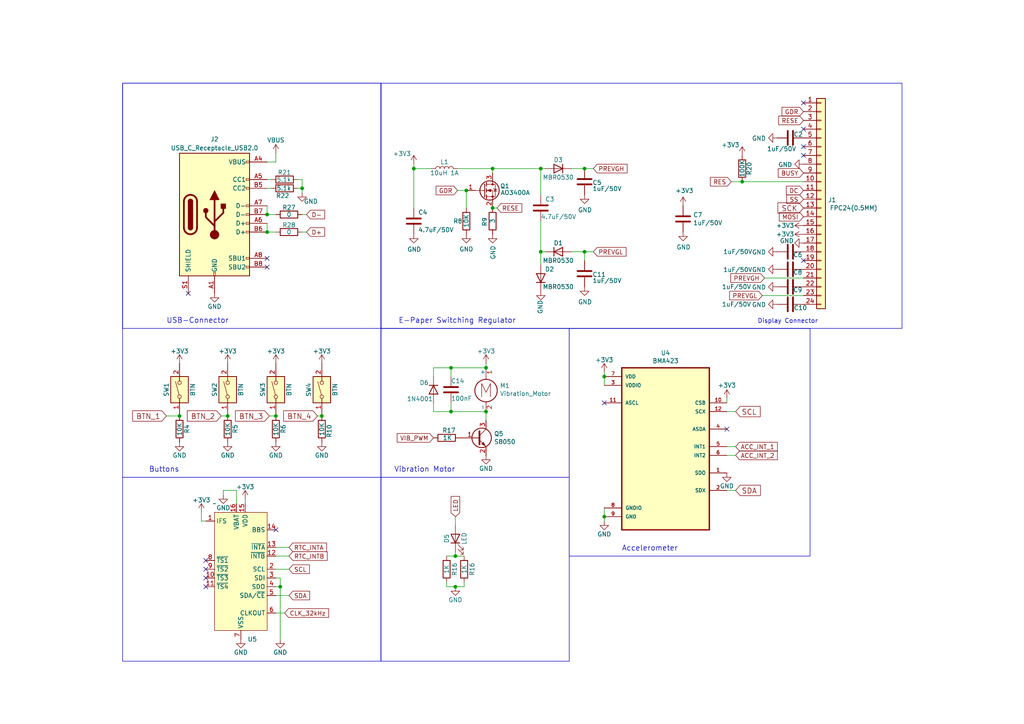
<source format=kicad_sch>
(kicad_sch (version 20230121) (generator eeschema)
  (paper "A4")
  (lib_symbols
    (symbol "BMA423_2" (pin_names (offset 1.016))
      (property "Reference" "U" (at -12.7 23.8506 0))
      (property "Value" "BMA423" (at -12.7 -26.8478 0))
      (symbol "BMA423_2_0_0"
        (rectangle (start -12.7 22.86) (end 12.7 -24.13) (stroke (width 0.4064)) (fill (type background)))
        (pin bidirectional line (at -17.78 -7.62 0) (length 5.08) (name "SDO") (number "1"))
        (pin input line (at -17.78 12.7 0) (length 5.08) (name "CSB") (number "10"))
        (pin output line (at 17.78 12.7 180) (length 5.08) (name "ASCL") (number "11"))
        (pin input line (at -17.78 10.16 0) (length 5.08) (name "SCX") (number "12"))
        (pin bidirectional line (at -17.78 -12.7 0) (length 5.08) (name "SDX") (number "2"))
        (pin power_in line (at 17.78 17.78 180) (length 5.08) (name "VDDIO") (number "3"))
        (pin bidirectional line (at -17.78 5.08 0) (length 5.08) (name "ASDA") (number "4"))
        (pin bidirectional line (at -17.78 0 0) (length 5.08) (name "INT1") (number "5"))
        (pin bidirectional line (at -17.78 -2.54 0) (length 5.08) (name "INT2") (number "6"))
        (pin power_in line (at 17.78 20.32 180) (length 5.08) (name "VDD") (number "7"))
        (pin power_in line (at 17.78 -17.78 180) (length 5.08) (name "GNDIO") (number "8"))
        (pin power_in line (at 17.78 -20.32 180) (length 5.08) (name "GND") (number "9"))
      )
    )
    (symbol "Connector:USB_C_Receptacle_USB2.0" (pin_names (offset 1.016))
      (property "Reference" "J" (at -10.16 19.05 0))
      (property "Value" "USB_C_Receptacle_USB2.0" (at 19.05 19.05 0))
      (symbol "USB_C_Receptacle_USB2.0_0_0"
        (rectangle (start -0.254 -17.78) (end 0.254 -16.764))
        (rectangle (start 10.16 -14.986) (end 9.144 -15.494))
        (rectangle (start 10.16 -12.446) (end 9.144 -12.954))
        (rectangle (start 10.16 -4.826) (end 9.144 -5.334))
        (rectangle (start 10.16 -2.286) (end 9.144 -2.794))
        (rectangle (start 10.16 0.254) (end 9.144 -0.254))
        (rectangle (start 10.16 2.794) (end 9.144 2.286))
        (rectangle (start 10.16 7.874) (end 9.144 7.366))
        (rectangle (start 10.16 10.414) (end 9.144 9.906))
        (rectangle (start 10.16 15.494) (end 9.144 14.986))
      )
      (symbol "USB_C_Receptacle_USB2.0_0_1"
        (rectangle (start -10.16 17.78) (end 10.16 -17.78) (stroke (width 0.254)) (fill (type background)))
        (arc (start -8.89 -3.81) (mid -6.985 -5.7067) (end -5.08 -3.81) (stroke (width 0.508)))
        (arc (start -7.62 -3.81) (mid -6.985 -4.4423) (end -6.35 -3.81) (stroke (width 0.254)))
        (arc (start -7.62 -3.81) (mid -6.985 -4.4423) (end -6.35 -3.81) (stroke (width 0.254)) (fill (type outline)))
        (rectangle (start -7.62 -3.81) (end -6.35 3.81) (stroke (width 0.254)) (fill (type outline)))
        (arc (start -6.35 3.81) (mid -6.985 4.4423) (end -7.62 3.81) (stroke (width 0.254)))
        (arc (start -6.35 3.81) (mid -6.985 4.4423) (end -7.62 3.81) (stroke (width 0.254)) (fill (type outline)))
        (arc (start -5.08 3.81) (mid -6.985 5.7067) (end -8.89 3.81) (stroke (width 0.508)))
        (circle (center -2.54 1.143) (radius 0.635) (stroke (width 0.254)) (fill (type outline)))
        (circle (center 0 -5.842) (radius 1.27) (fill (type outline)))
        (polyline (pts (xy -8.89 -3.81) (xy -8.89 3.81)) (stroke (width 0.508)))
        (polyline (pts (xy -5.08 3.81) (xy -5.08 -3.81)) (stroke (width 0.508)))
        (polyline (pts (xy 0 -5.842) (xy 0 4.318)) (stroke (width 0.508)))
        (polyline (pts (xy 0 -3.302) (xy -2.54 -0.762) (xy -2.54 0.508)) (stroke (width 0.508)))
        (polyline (pts (xy 0 -2.032) (xy 2.54 0.508) (xy 2.54 1.778)) (stroke (width 0.508)))
        (polyline (pts (xy -1.27 4.318) (xy 0 6.858) (xy 1.27 4.318) (xy -1.27 4.318)) (stroke (width 0.254)) (fill (type outline)))
        (rectangle (start 1.905 1.778) (end 3.175 3.048) (stroke (width 0.254)) (fill (type outline)))
      )
      (symbol "USB_C_Receptacle_USB2.0_1_1"
        (pin passive line (at 0 -22.86 90) (length 5.08) (name "GND") (number "A1"))
        (pin passive line (at 0 -22.86 90) (length 5.08) hide (name "GND") (number "A12"))
        (pin passive line (at 15.24 15.24 180) (length 5.08) (name "VBUS") (number "A4"))
        (pin bidirectional line (at 15.24 10.16 180) (length 5.08) (name "CC1") (number "A5"))
        (pin bidirectional line (at 15.24 -2.54 180) (length 5.08) (name "D+") (number "A6"))
        (pin bidirectional line (at 15.24 2.54 180) (length 5.08) (name "D-") (number "A7"))
        (pin bidirectional line (at 15.24 -12.7 180) (length 5.08) (name "SBU1") (number "A8"))
        (pin passive line (at 15.24 15.24 180) (length 5.08) hide (name "VBUS") (number "A9"))
        (pin passive line (at 0 -22.86 90) (length 5.08) hide (name "GND") (number "B1"))
        (pin passive line (at 0 -22.86 90) (length 5.08) hide (name "GND") (number "B12"))
        (pin passive line (at 15.24 15.24 180) (length 5.08) hide (name "VBUS") (number "B4"))
        (pin bidirectional line (at 15.24 7.62 180) (length 5.08) (name "CC2") (number "B5"))
        (pin bidirectional line (at 15.24 -5.08 180) (length 5.08) (name "D+") (number "B6"))
        (pin bidirectional line (at 15.24 0 180) (length 5.08) (name "D-") (number "B7"))
        (pin bidirectional line (at 15.24 -15.24 180) (length 5.08) (name "SBU2") (number "B8"))
        (pin passive line (at 15.24 15.24 180) (length 5.08) hide (name "VBUS") (number "B9"))
        (pin passive line (at -7.62 -22.86 90) (length 5.08) (name "SHIELD") (number "S1"))
      )
    )
    (symbol "Connector_Generic:Conn_01x24" (pin_names (offset 1.016) hide)
      (property "Reference" "J" (at 0 30.48 0))
      (property "Value" "Conn_01x24" (at 0 -33.02 0))
      (symbol "Conn_01x24_1_1"
        (rectangle (start -1.27 -30.353) (end 0 -30.607) (stroke (width 0.1524)))
        (rectangle (start -1.27 -27.813) (end 0 -28.067) (stroke (width 0.1524)))
        (rectangle (start -1.27 -25.273) (end 0 -25.527) (stroke (width 0.1524)))
        (rectangle (start -1.27 -22.733) (end 0 -22.987) (stroke (width 0.1524)))
        (rectangle (start -1.27 -20.193) (end 0 -20.447) (stroke (width 0.1524)))
        (rectangle (start -1.27 -17.653) (end 0 -17.907) (stroke (width 0.1524)))
        (rectangle (start -1.27 -15.113) (end 0 -15.367) (stroke (width 0.1524)))
        (rectangle (start -1.27 -12.573) (end 0 -12.827) (stroke (width 0.1524)))
        (rectangle (start -1.27 -10.033) (end 0 -10.287) (stroke (width 0.1524)))
        (rectangle (start -1.27 -7.493) (end 0 -7.747) (stroke (width 0.1524)))
        (rectangle (start -1.27 -4.953) (end 0 -5.207) (stroke (width 0.1524)))
        (rectangle (start -1.27 -2.413) (end 0 -2.667) (stroke (width 0.1524)))
        (rectangle (start -1.27 0.127) (end 0 -0.127) (stroke (width 0.1524)))
        (rectangle (start -1.27 2.667) (end 0 2.413) (stroke (width 0.1524)))
        (rectangle (start -1.27 5.207) (end 0 4.953) (stroke (width 0.1524)))
        (rectangle (start -1.27 7.747) (end 0 7.493) (stroke (width 0.1524)))
        (rectangle (start -1.27 10.287) (end 0 10.033) (stroke (width 0.1524)))
        (rectangle (start -1.27 12.827) (end 0 12.573) (stroke (width 0.1524)))
        (rectangle (start -1.27 15.367) (end 0 15.113) (stroke (width 0.1524)))
        (rectangle (start -1.27 17.907) (end 0 17.653) (stroke (width 0.1524)))
        (rectangle (start -1.27 20.447) (end 0 20.193) (stroke (width 0.1524)))
        (rectangle (start -1.27 22.987) (end 0 22.733) (stroke (width 0.1524)))
        (rectangle (start -1.27 25.527) (end 0 25.273) (stroke (width 0.1524)))
        (rectangle (start -1.27 28.067) (end 0 27.813) (stroke (width 0.1524)))
        (rectangle (start -1.27 29.21) (end 1.27 -31.75) (stroke (width 0.254)) (fill (type background)))
        (pin passive line (at -5.08 27.94 0) (length 3.81) (name "Pin_1") (number "1"))
        (pin passive line (at -5.08 5.08 0) (length 3.81) (name "Pin_10") (number "10"))
        (pin passive line (at -5.08 2.54 0) (length 3.81) (name "Pin_11") (number "11"))
        (pin passive line (at -5.08 0 0) (length 3.81) (name "Pin_12") (number "12"))
        (pin passive line (at -5.08 -2.54 0) (length 3.81) (name "Pin_13") (number "13"))
        (pin passive line (at -5.08 -5.08 0) (length 3.81) (name "Pin_14") (number "14"))
        (pin passive line (at -5.08 -7.62 0) (length 3.81) (name "Pin_15") (number "15"))
        (pin passive line (at -5.08 -10.16 0) (length 3.81) (name "Pin_16") (number "16"))
        (pin passive line (at -5.08 -12.7 0) (length 3.81) (name "Pin_17") (number "17"))
        (pin passive line (at -5.08 -15.24 0) (length 3.81) (name "Pin_18") (number "18"))
        (pin passive line (at -5.08 -17.78 0) (length 3.81) (name "Pin_19") (number "19"))
        (pin passive line (at -5.08 25.4 0) (length 3.81) (name "Pin_2") (number "2"))
        (pin passive line (at -5.08 -20.32 0) (length 3.81) (name "Pin_20") (number "20"))
        (pin passive line (at -5.08 -22.86 0) (length 3.81) (name "Pin_21") (number "21"))
        (pin passive line (at -5.08 -25.4 0) (length 3.81) (name "Pin_22") (number "22"))
        (pin passive line (at -5.08 -27.94 0) (length 3.81) (name "Pin_23") (number "23"))
        (pin passive line (at -5.08 -30.48 0) (length 3.81) (name "Pin_24") (number "24"))
        (pin passive line (at -5.08 22.86 0) (length 3.81) (name "Pin_3") (number "3"))
        (pin passive line (at -5.08 20.32 0) (length 3.81) (name "Pin_4") (number "4"))
        (pin passive line (at -5.08 17.78 0) (length 3.81) (name "Pin_5") (number "5"))
        (pin passive line (at -5.08 15.24 0) (length 3.81) (name "Pin_6") (number "6"))
        (pin passive line (at -5.08 12.7 0) (length 3.81) (name "Pin_7") (number "7"))
        (pin passive line (at -5.08 10.16 0) (length 3.81) (name "Pin_8") (number "8"))
        (pin passive line (at -5.08 7.62 0) (length 3.81) (name "Pin_9") (number "9"))
      )
    )
    (symbol "Device:C" (pin_numbers hide) (pin_names (offset 0.254))
      (property "Reference" "C" (at 0.635 2.54 0))
      (property "Value" "C" (at 0.635 -2.54 0))
      (symbol "C_0_1"
        (polyline (pts (xy -2.032 -0.762) (xy 2.032 -0.762)) (stroke (width 0.508)))
        (polyline (pts (xy -2.032 0.762) (xy 2.032 0.762)) (stroke (width 0.508)))
      )
      (symbol "C_1_1"
        (pin passive line (at 0 3.81 270) (length 2.794) (name "~") (number "1"))
        (pin passive line (at 0 -3.81 90) (length 2.794) (name "~") (number "2"))
      )
    )
    (symbol "Device:D" (pin_numbers hide) (pin_names (offset 1.016) hide)
      (property "Reference" "D" (at 0 2.54 0))
      (property "Value" "D" (at 0 -2.54 0))
      (symbol "D_0_1"
        (polyline (pts (xy -1.27 1.27) (xy -1.27 -1.27)) (stroke (width 0.254)))
        (polyline (pts (xy 1.27 0) (xy -1.27 0)))
        (polyline (pts (xy 1.27 1.27) (xy 1.27 -1.27) (xy -1.27 0) (xy 1.27 1.27)) (stroke (width 0.254)))
      )
      (symbol "D_1_1"
        (pin passive line (at -3.81 0 0) (length 2.54) (name "K") (number "1"))
        (pin passive line (at 3.81 0 180) (length 2.54) (name "A") (number "2"))
      )
    )
    (symbol "Device:L" (pin_numbers hide) (pin_names (offset 1.016) hide)
      (property "Reference" "L" (at -1.27 0 90))
      (property "Value" "L" (at 1.905 0 90))
      (symbol "L_0_1"
        (arc (start 0 -2.54) (mid 0.6323 -1.905) (end 0 -1.27))
        (arc (start 0 -1.27) (mid 0.6323 -0.635) (end 0 0))
        (arc (start 0 0) (mid 0.6323 0.635) (end 0 1.27))
        (arc (start 0 1.27) (mid 0.6323 1.905) (end 0 2.54))
      )
      (symbol "L_1_1"
        (pin passive line (at 0 3.81 270) (length 1.27) (name "1") (number "1"))
        (pin passive line (at 0 -3.81 90) (length 1.27) (name "2") (number "2"))
      )
    )
    (symbol "Device:LED" (pin_numbers hide) (pin_names (offset 1.016) hide)
      (property "Reference" "D" (at 0 2.54 0))
      (property "Value" "LED" (at 0 -2.54 0))
      (symbol "LED_0_1"
        (polyline (pts (xy -1.27 -1.27) (xy -1.27 1.27)) (stroke (width 0.254)))
        (polyline (pts (xy -1.27 0) (xy 1.27 0)))
        (polyline (pts (xy 1.27 -1.27) (xy 1.27 1.27) (xy -1.27 0) (xy 1.27 -1.27)) (stroke (width 0.254)))
        (polyline (pts (xy -3.048 -0.762) (xy -4.572 -2.286) (xy -3.81 -2.286) (xy -4.572 -2.286) (xy -4.572 -1.524)))
        (polyline (pts (xy -1.778 -0.762) (xy -3.302 -2.286) (xy -2.54 -2.286) (xy -3.302 -2.286) (xy -3.302 -1.524)))
      )
      (symbol "LED_1_1"
        (pin passive line (at -3.81 0 0) (length 2.54) (name "K") (number "1"))
        (pin passive line (at 3.81 0 180) (length 2.54) (name "A") (number "2"))
      )
    )
    (symbol "Device:Q_NPN_BEC" (pin_names (offset 0) hide)
      (property "Reference" "Q" (at 5.08 1.27 0))
      (property "Value" "Q_NPN_BEC" (at 5.08 -1.27 0))
      (symbol "Q_NPN_BEC_0_1"
        (polyline (pts (xy 0.635 0.635) (xy 2.54 2.54)))
        (polyline (pts (xy 0.635 -0.635) (xy 2.54 -2.54) (xy 2.54 -2.54)))
        (polyline (pts (xy 0.635 1.905) (xy 0.635 -1.905) (xy 0.635 -1.905)) (stroke (width 0.508)))
        (polyline (pts (xy 1.27 -1.778) (xy 1.778 -1.27) (xy 2.286 -2.286) (xy 1.27 -1.778) (xy 1.27 -1.778)) (fill (type outline)))
        (circle (center 1.27 0) (radius 2.8194) (stroke (width 0.254)))
      )
      (symbol "Q_NPN_BEC_1_1"
        (pin input line (at -5.08 0 0) (length 5.715) (name "B") (number "1"))
        (pin passive line (at 2.54 -5.08 90) (length 2.54) (name "E") (number "2"))
        (pin passive line (at 2.54 5.08 270) (length 2.54) (name "C") (number "3"))
      )
    )
    (symbol "Device:R" (pin_numbers hide) (pin_names (offset 0))
      (property "Reference" "R" (at 2.032 0 90))
      (property "Value" "R" (at 0 0 90))
      (symbol "R_0_1"
        (rectangle (start -1.016 -2.54) (end 1.016 2.54) (stroke (width 0.254)))
      )
      (symbol "R_1_1"
        (pin passive line (at 0 3.81 270) (length 1.27) (name "~") (number "1"))
        (pin passive line (at 0 -3.81 90) (length 1.27) (name "~") (number "2"))
      )
    )
    (symbol "Diode:1N4001" (pin_numbers hide) (pin_names hide)
      (property "Reference" "D" (at 0 2.54 0))
      (property "Value" "1N4001" (at 0 -2.54 0))
      (symbol "1N4001_0_1"
        (polyline (pts (xy -1.27 1.27) (xy -1.27 -1.27)) (stroke (width 0.254)))
        (polyline (pts (xy 1.27 0) (xy -1.27 0)))
        (polyline (pts (xy 1.27 1.27) (xy 1.27 -1.27) (xy -1.27 0) (xy 1.27 1.27)) (stroke (width 0.254)))
      )
      (symbol "1N4001_1_1"
        (pin passive line (at -3.81 0 0) (length 2.54) (name "K") (number "1"))
        (pin passive line (at 3.81 0 180) (length 2.54) (name "A") (number "2"))
      )
    )
    (symbol "Motor:Motor_DC" (pin_names (offset 0))
      (property "Reference" "M" (at 2.54 2.54 0))
      (property "Value" "Motor_DC" (at 2.54 -5.08 0))
      (symbol "Motor_DC_0_0"
        (polyline (pts (xy -1.27 -3.302) (xy -1.27 0.508) (xy 0 -2.032) (xy 1.27 0.508) (xy 1.27 -3.302)))
      )
      (symbol "Motor_DC_0_1"
        (circle (center 0 -1.524) (radius 3.2512) (stroke (width 0.254)))
        (polyline (pts (xy 0 -7.62) (xy 0 -7.112)))
        (polyline (pts (xy 0 -4.7752) (xy 0 -5.1816)))
        (polyline (pts (xy 0 1.7272) (xy 0 2.0828)))
        (polyline (pts (xy 0 2.032) (xy 0 2.54)))
      )
      (symbol "Motor_DC_1_1"
        (pin passive line (at 0 5.08 270) (length 2.54) (name "+") (number "1"))
        (pin passive line (at 0 -7.62 90) (length 2.54) (name "-") (number "2"))
      )
    )
    (symbol "Switch:SW_DIP_x01" (pin_names (offset 0) hide)
      (property "Reference" "SW" (at 0 3.81 0))
      (property "Value" "SW_DIP_x01" (at 0 -3.81 0))
      (symbol "SW_DIP_x01_0_0"
        (circle (center -2.032 0) (radius 0.508))
        (polyline (pts (xy -1.524 0.127) (xy 2.3622 1.1684)))
        (circle (center 2.032 0) (radius 0.508))
      )
      (symbol "SW_DIP_x01_0_1"
        (rectangle (start -3.81 2.54) (end 3.81 -2.54) (stroke (width 0.254)) (fill (type background)))
      )
      (symbol "SW_DIP_x01_1_1"
        (pin passive line (at -7.62 0 0) (length 5.08) (name "~") (number "1"))
        (pin passive line (at 7.62 0 180) (length 5.08) (name "~") (number "2"))
      )
    )
    (symbol "Transistor_FET:DMN3042L" (pin_names hide)
      (property "Reference" "Q" (at 5.08 1.905 0))
      (property "Value" "DMN3042L" (at 5.08 0 0))
      (symbol "DMN3042L_0_1"
        (polyline (pts (xy 0.254 0) (xy -2.54 0)))
        (polyline (pts (xy 0.254 1.905) (xy 0.254 -1.905)) (stroke (width 0.254)))
        (polyline (pts (xy 0.762 -1.27) (xy 0.762 -2.286)) (stroke (width 0.254)))
        (polyline (pts (xy 0.762 0.508) (xy 0.762 -0.508)) (stroke (width 0.254)))
        (polyline (pts (xy 0.762 2.286) (xy 0.762 1.27)) (stroke (width 0.254)))
        (polyline (pts (xy 2.54 2.54) (xy 2.54 1.778)))
        (polyline (pts (xy 2.54 -2.54) (xy 2.54 0) (xy 0.762 0)))
        (polyline (pts (xy 0.762 -1.778) (xy 3.302 -1.778) (xy 3.302 1.778) (xy 0.762 1.778)))
        (polyline (pts (xy 1.016 0) (xy 2.032 0.381) (xy 2.032 -0.381) (xy 1.016 0)) (fill (type outline)))
        (polyline (pts (xy 2.794 0.508) (xy 2.921 0.381) (xy 3.683 0.381) (xy 3.81 0.254)))
        (polyline (pts (xy 3.302 0.381) (xy 2.921 -0.254) (xy 3.683 -0.254) (xy 3.302 0.381)))
        (circle (center 1.651 0) (radius 2.794) (stroke (width 0.254)))
        (circle (center 2.54 -1.778) (radius 0.254) (fill (type outline)))
        (circle (center 2.54 1.778) (radius 0.254) (fill (type outline)))
      )
      (symbol "DMN3042L_1_1"
        (pin input line (at -5.08 0 0) (length 2.54) (name "G") (number "1"))
        (pin passive line (at 2.54 -5.08 90) (length 2.54) (name "S") (number "2"))
        (pin passive line (at 2.54 5.08 270) (length 2.54) (name "D") (number "3"))
      )
    )
    (symbol "Watchy-rescue:+3.3V-power" (power) (pin_names (offset 0))
      (property "Value" "+3.3V-power" (at 0 3.556 0))
      (symbol "+3.3V-power_0_1"
        (polyline (pts (xy -0.762 1.27) (xy 0 2.54)))
        (polyline (pts (xy 0 0) (xy 0 2.54)))
        (polyline (pts (xy 0 2.54) (xy 0.762 1.27)))
      )
      (symbol "+3.3V-power_1_1"
        (pin power_in line (at 0 0 90) (length 0) hide (name "+3V3") (number "1"))
      )
    )
    (symbol "Watchy:PCF2131"
      (property "Reference" "U" (at -7.62 20.32 0))
      (symbol "PCF2131_1_1"
        (rectangle (start -7.62 17.78) (end 7.62 -16.51) (fill (type background)))
        (pin input line (at -10.16 15.24 0) (length 2.54) (name "IFS") (number "1"))
        (pin input line (at -10.16 -1.27 0) (length 2.54) (name "~{TS3}") (number "10"))
        (pin input line (at -10.16 -3.81 0) (length 2.54) (name "~{TS4}") (number "11"))
        (pin output line (at 10.16 5.08 180) (length 2.54) (name "~{INTB}") (number "12"))
        (pin output line (at 10.16 7.62 180) (length 2.54) (name "~{INTA}") (number "13"))
        (pin power_out line (at 10.16 12.7 180) (length 2.54) (name "BBS") (number "14"))
        (pin power_in line (at 1.27 20.32 270) (length 2.54) (name "VDD") (number "15"))
        (pin power_in line (at -1.27 20.32 270) (length 2.54) (name "VBAT") (number "16"))
        (pin input line (at 10.16 1.27 180) (length 2.54) (name "SCL") (number "2"))
        (pin input line (at 10.16 -1.27 180) (length 2.54) (name "SDI") (number "3"))
        (pin bidirectional line (at 10.16 -3.81 180) (length 2.54) (name "SDO") (number "4"))
        (pin input line (at 10.16 -6.35 180) (length 2.54) (name "SDA/~{CE}") (number "5"))
        (pin output line (at 10.16 -11.43 180) (length 2.54) (name "CLKOUT") (number "6"))
        (pin power_in line (at 0 -19.05 90) (length 2.54) (name "VSS") (number "7"))
        (pin input line (at -10.16 3.81 0) (length 2.54) (name "~{TS1}") (number "8"))
        (pin input line (at -10.16 1.27 0) (length 2.54) (name "~{TS2}") (number "9"))
      )
    )
    (symbol "power:+3V3" (power) (pin_names (offset 0))
      (property "Value" "+3V3" (at 0 3.556 0))
      (symbol "+3V3_0_1"
        (polyline (pts (xy -0.762 1.27) (xy 0 2.54)))
        (polyline (pts (xy 0 0) (xy 0 2.54)))
        (polyline (pts (xy 0 2.54) (xy 0.762 1.27)))
      )
      (symbol "+3V3_1_1"
        (pin power_in line (at 0 0 90) (length 0) hide (name "+3V3") (number "1"))
      )
    )
    (symbol "power:GND" (power) (pin_names (offset 0))
      (property "Value" "GND" (at 0 -3.81 0))
      (symbol "GND_0_1"
        (polyline (pts (xy 0 0) (xy 0 -1.27) (xy 1.27 -1.27) (xy 0 -2.54) (xy -1.27 -1.27) (xy 0 -1.27)))
      )
      (symbol "GND_1_1"
        (pin power_in line (at 0 0 270) (length 0) hide (name "GND") (number "1"))
      )
    )
    (symbol "power:VBUS" (power) (pin_names (offset 0))
      (property "Value" "VBUS" (at 0 3.81 0))
      (symbol "VBUS_0_1"
        (polyline (pts (xy -0.762 1.27) (xy 0 2.54)))
        (polyline (pts (xy 0 0) (xy 0 2.54)))
        (polyline (pts (xy 0 2.54) (xy 0.762 1.27)))
      )
      (symbol "VBUS_1_1"
        (pin power_in line (at 0 0 90) (length 0) hide (name "VBUS") (number "1"))
      )
    )
  )
  (junction (at 142.875 60.325))
  (junction (at 120.015 48.895))
  (junction (at 156.845 48.895))
  (junction (at 132.08 170.18))
  (junction (at 93.345 120.65))
  (junction (at 87.63 54.61))
  (junction (at 77.47 67.31))
  (junction (at 135.255 55.245))
  (junction (at 140.97 106.68))
  (junction (at 156.845 73.025))
  (junction (at 169.545 48.895))
  (junction (at 130.81 119.38))
  (junction (at 140.97 119.38))
  (junction (at 130.81 106.68))
  (junction (at 80.01 120.65))
  (junction (at 215.265 52.705))
  (junction (at 142.875 48.895))
  (junction (at 77.47 62.23))
  (junction (at 175.26 109.22))
  (junction (at 52.07 120.65))
  (junction (at 169.545 73.025))
  (junction (at 81.28 170.18))
  (junction (at 66.04 120.65))
  (junction (at 132.08 161.29))
  (junction (at 175.26 149.86))
  (no_connect (at 59.69 162.56))
  (no_connect (at 233.045 42.545))
  (no_connect (at 210.82 124.46))
  (no_connect (at 233.045 37.465))
  (no_connect (at 54.61 85.09))
  (no_connect (at 175.26 116.84))
  (no_connect (at 77.47 77.47))
  (no_connect (at 233.045 45.085))
  (no_connect (at 233.045 29.845))
  (no_connect (at 59.69 170.18))
  (no_connect (at 233.045 75.565))
  (no_connect (at 59.69 167.64))
  (no_connect (at 80.01 153.67))
  (no_connect (at 59.69 165.1))
  (no_connect (at 77.47 74.93))
  (wire (pts (xy 169.545 73.025) (xy 165.735 73.025)))
  (wire (pts (xy 80.01 177.8) (xy 82.55 177.8)))
  (wire (pts (xy 132.08 170.18) (xy 129.54 170.18)))
  (wire (pts (xy 132.08 161.29) (xy 129.54 161.29)))
  (wire (pts (xy 142.875 48.895) (xy 142.875 50.165)))
  (wire (pts (xy 129.54 168.91) (xy 129.54 170.18)))
  (wire (pts (xy 77.47 46.99) (xy 80.01 46.99)))
  (wire (pts (xy 233.045 85.725) (xy 221.107 85.725)))
  (wire (pts (xy 156.845 73.025) (xy 158.115 73.025)))
  (wire (pts (xy 68.58 146.05) (xy 68.58 142.24)))
  (wire (pts (xy 142.875 60.325) (xy 142.875 59.817)))
  (wire (pts (xy 77.47 52.07) (xy 78.74 52.07)))
  (wire (pts (xy 80.01 158.75) (xy 83.82 158.75)))
  (wire (pts (xy 156.845 56.515) (xy 156.845 48.895)))
  (wire (pts (xy 132.08 149.86) (xy 132.08 152.4)))
  (wire (pts (xy 81.28 185.42) (xy 81.28 170.18)))
  (wire (pts (xy 77.47 64.77) (xy 77.47 67.31)))
  (wire (pts (xy 77.47 62.23) (xy 80.01 62.23)))
  (wire (pts (xy 81.28 170.18) (xy 81.28 167.64)))
  (wire (pts (xy 132.08 160.02) (xy 132.08 161.29)))
  (wire (pts (xy 140.97 119.38) (xy 140.97 121.92)))
  (wire (pts (xy 134.62 168.91) (xy 134.62 170.18)))
  (wire (pts (xy 132.715 55.245) (xy 135.255 55.245)))
  (wire (pts (xy 213.36 129.54) (xy 210.82 129.54)))
  (wire (pts (xy 87.63 52.07) (xy 87.63 54.61)))
  (wire (pts (xy 140.97 106.68) (xy 140.97 105.41)))
  (wire (pts (xy 210.82 115.57) (xy 210.82 116.84)))
  (wire (pts (xy 156.845 48.895) (xy 158.115 48.895)))
  (wire (pts (xy 80.01 161.29) (xy 83.82 161.29)))
  (wire (pts (xy 120.015 47.625) (xy 120.015 48.895)))
  (wire (pts (xy 132.715 48.895) (xy 142.875 48.895)))
  (wire (pts (xy 120.015 48.895) (xy 120.015 60.325)))
  (wire (pts (xy 221.615 80.645) (xy 233.045 80.645)))
  (wire (pts (xy 125.73 119.38) (xy 125.73 116.84)))
  (wire (pts (xy 165.735 48.895) (xy 169.545 48.895)))
  (wire (pts (xy 175.26 149.86) (xy 175.26 151.13)))
  (wire (pts (xy 120.015 48.895) (xy 125.095 48.895)))
  (wire (pts (xy 87.63 54.61) (xy 87.63 55.88)))
  (wire (pts (xy 172.085 73.025) (xy 169.545 73.025)))
  (wire (pts (xy 125.73 106.68) (xy 125.73 109.22)))
  (wire (pts (xy 130.81 106.68) (xy 130.81 109.22)))
  (wire (pts (xy 58.42 148.59) (xy 58.42 151.13)))
  (wire (pts (xy 80.01 46.99) (xy 80.01 44.45)))
  (wire (pts (xy 68.58 142.24) (xy 64.77 142.24)))
  (wire (pts (xy 48.26 120.65) (xy 52.07 120.65)))
  (wire (pts (xy 64.135 120.65) (xy 66.04 120.65)))
  (wire (pts (xy 132.08 161.29) (xy 134.62 161.29)))
  (wire (pts (xy 125.73 119.38) (xy 130.81 119.38)))
  (wire (pts (xy 135.255 60.325) (xy 135.255 55.245)))
  (wire (pts (xy 78.105 120.65) (xy 80.01 120.65)))
  (wire (pts (xy 213.36 142.24) (xy 210.82 142.24)))
  (wire (pts (xy 81.28 167.64) (xy 80.01 167.64)))
  (wire (pts (xy 175.26 107.95) (xy 175.26 109.22)))
  (wire (pts (xy 213.36 119.38) (xy 210.82 119.38)))
  (wire (pts (xy 144.145 60.325) (xy 142.875 60.325)))
  (wire (pts (xy 169.545 73.025) (xy 169.545 75.565)))
  (wire (pts (xy 156.845 64.135) (xy 156.845 73.025)))
  (wire (pts (xy 80.01 170.18) (xy 81.28 170.18)))
  (wire (pts (xy 215.265 52.705) (xy 233.045 52.705)))
  (wire (pts (xy 175.26 147.32) (xy 175.26 149.86)))
  (wire (pts (xy 92.075 120.65) (xy 93.345 120.65)))
  (wire (pts (xy 213.36 132.08) (xy 210.82 132.08)))
  (wire (pts (xy 156.845 73.025) (xy 156.845 76.835)))
  (wire (pts (xy 130.81 106.68) (xy 140.97 106.68)))
  (wire (pts (xy 142.875 48.895) (xy 156.845 48.895)))
  (wire (pts (xy 88.9 67.31) (xy 87.63 67.31)))
  (wire (pts (xy 80.01 165.1) (xy 83.82 165.1)))
  (wire (pts (xy 87.63 52.07) (xy 86.36 52.07)))
  (wire (pts (xy 87.63 54.61) (xy 86.36 54.61)))
  (wire (pts (xy 77.47 54.61) (xy 78.74 54.61)))
  (wire (pts (xy 134.62 170.18) (xy 132.08 170.18)))
  (wire (pts (xy 130.81 119.38) (xy 140.97 119.38)))
  (wire (pts (xy 212.09 52.705) (xy 215.265 52.705)))
  (wire (pts (xy 64.77 142.24) (xy 64.77 143.51)))
  (wire (pts (xy 71.12 144.78) (xy 71.12 146.05)))
  (wire (pts (xy 77.47 67.31) (xy 80.01 67.31)))
  (wire (pts (xy 59.69 151.13) (xy 58.42 151.13)))
  (wire (pts (xy 77.47 59.69) (xy 77.47 62.23)))
  (wire (pts (xy 130.81 119.38) (xy 130.81 116.84)))
  (wire (pts (xy 172.085 48.895) (xy 169.545 48.895)))
  (wire (pts (xy 175.26 109.22) (xy 175.26 111.76)))
  (wire (pts (xy 80.01 172.72) (xy 83.82 172.72)))
  (wire (pts (xy 125.73 106.68) (xy 130.81 106.68)))
  (wire (pts (xy 88.9 62.23) (xy 87.63 62.23)))
  (rectangle (start 35.56 24.13) (end 110.49 95.25))
  (rectangle (start 110.49 24.13) (end 261.62 95.25))
  (rectangle (start 165.1 95.25) (end 234.95 161.29))
  (rectangle (start 35.56 24.13) (end 110.49 138.43))
  (rectangle (start 35.56 138.43) (end 110.49 191.77))
  (rectangle (start 110.49 138.43) (end 165.1 191.77))
  (rectangle (start 110.49 95.25) (end 165.1 138.43))
  (text "E-Paper Switching Regulator" (at 115.57 93.98 0) (effects (font (size 1.524 1.524)) (justify left bottom)))
  (text "USB-Connector\n" (at 48.26 93.98 0) (effects (font (size 1.524 1.524)) (justify left bottom)))
  (text "Buttons" (at 43.18 137.16 0) (effects (font (size 1.524 1.524)) (justify left bottom)))
  (text "Display Connector\n" (at 219.71 93.98 0) (effects (font (size 1.27 1.27)) (justify left bottom)))
  (text "Vibration Motor" (at 114.3 137.16 0) (effects (font (size 1.524 1.524)) (justify left bottom)))
  (text "Accelerometer" (at 180.34 160.02 0) (effects (font (size 1.524 1.524)) (justify left bottom)))
  (global_label "RES" (shape input) (at 212.09 52.705 180) (property "Intersheetrefs" "${INTERSHEET_REFS}" (effects hide)))
  (global_label "CLK_32kHz" (shape input) (at 82.55 177.8 0) (property "Intersheetrefs" "${INTERSHEET_REFS}" (effects hide)))
  (global_label "LED" (shape input) (at 132.08 149.86 90) (property "Intersheetrefs" "${INTERSHEET_REFS}" (effects hide)))
  (global_label "D+" (shape input) (at 88.9 67.31 0) (property "Intersheetrefs" "${INTERSHEET_REFS}" (effects hide)))
  (global_label "GDR" (shape input) (at 132.715 55.245 180) (property "Intersheetrefs" "${INTERSHEET_REFS}" (effects hide)))
  (global_label "RTC_INTB" (shape input) (at 83.82 161.29 0) (property "Intersheetrefs" "${INTERSHEET_REFS}" (effects hide)))
  (global_label "PREVGH" (shape input) (at 221.742 80.645 180) (property "Intersheetrefs" "${INTERSHEET_REFS}" (effects hide)))
  (global_label "SDA" (shape input) (at 213.36 142.24 0) (effects (font (size 1.524 1.524))) (property "Intersheetrefs" "${INTERSHEET_REFS}" (effects hide)))
  (global_label "SDA" (shape input) (at 83.82 172.72 0) (property "Intersheetrefs" "${INTERSHEET_REFS}" (effects hide)))
  (global_label "MOSI" (shape input) (at 233.045 62.865 180) (property "Intersheetrefs" "${INTERSHEET_REFS}" (effects hide)))
  (global_label "BUSY" (shape input) (at 233.045 50.165 180) (property "Intersheetrefs" "${INTERSHEET_REFS}" (effects hide)))
  (global_label "SCK" (shape input) (at 233.045 60.325 180) (effects (font (size 1.524 1.524))) (property "Intersheetrefs" "${INTERSHEET_REFS}" (effects hide)))
  (global_label "VIB_PWM" (shape input) (at 125.73 127 180) (property "Intersheetrefs" "${INTERSHEET_REFS}" (effects hide)))
  (global_label "SCL" (shape input) (at 83.82 165.1 0) (property "Intersheetrefs" "${INTERSHEET_REFS}" (effects hide)))
  (global_label "ACC_INT_1" (shape input) (at 213.36 129.54 0) (property "Intersheetrefs" "${INTERSHEET_REFS}" (effects hide)))
  (global_label "ACC_INT_2" (shape input) (at 213.36 132.08 0) (property "Intersheetrefs" "${INTERSHEET_REFS}" (effects hide)))
  (global_label "PREVGH" (shape input) (at 172.085 48.895 0) (property "Intersheetrefs" "${INTERSHEET_REFS}" (effects hide)))
  (global_label "PREVGL" (shape input) (at 221.107 85.725 180) (property "Intersheetrefs" "${INTERSHEET_REFS}" (effects hide)))
  (global_label "GDR" (shape input) (at 233.045 32.385 180) (property "Intersheetrefs" "${INTERSHEET_REFS}" (effects hide)))
  (global_label "BTN_3" (shape input) (at 78.105 120.65 180) (effects (font (size 1.524 1.524))) (property "Intersheetrefs" "${INTERSHEET_REFS}" (effects hide)))
  (global_label "RESE" (shape input) (at 144.145 60.325 0) (property "Intersheetrefs" "${INTERSHEET_REFS}" (effects hide)))
  (global_label "SS" (shape input) (at 233.045 57.785 180) (property "Intersheetrefs" "${INTERSHEET_REFS}" (effects hide)))
  (global_label "BTN_1" (shape input) (at 48.26 120.65 180) (effects (font (size 1.524 1.524))) (property "Intersheetrefs" "${INTERSHEET_REFS}" (effects hide)))
  (global_label "RTC_INTA" (shape input) (at 83.82 158.75 0) (property "Intersheetrefs" "${INTERSHEET_REFS}" (effects hide)))
  (global_label "DC" (shape input) (at 233.045 55.245 180) (property "Intersheetrefs" "${INTERSHEET_REFS}" (effects hide)))
  (global_label "D-" (shape input) (at 88.9 62.23 0) (property "Intersheetrefs" "${INTERSHEET_REFS}" (effects hide)))
  (global_label "SCL" (shape input) (at 213.36 119.38 0) (effects (font (size 1.524 1.524))) (property "Intersheetrefs" "${INTERSHEET_REFS}" (effects hide)))
  (global_label "BTN_4" (shape input) (at 92.075 120.65 180) (effects (font (size 1.524 1.524))) (property "Intersheetrefs" "${INTERSHEET_REFS}" (effects hide)))
  (global_label "BTN_2" (shape input) (at 64.135 120.65 180) (effects (font (size 1.524 1.524))) (property "Intersheetrefs" "${INTERSHEET_REFS}" (effects hide)))
  (global_label "RESE" (shape input) (at 233.045 34.925 180) (property "Intersheetrefs" "${INTERSHEET_REFS}" (effects hide)))
  (global_label "PREVGL" (shape input) (at 172.085 73.025 0) (property "Intersheetrefs" "${INTERSHEET_REFS}" (effects hide)))
  (symbol (lib_id "power:VBUS") (at 80.01 44.45 0) (unit 1)
    (property "Reference" "#PWR045" (effects hide))
    (property "Value" "VBUS" (at 80.01 40.64 0))
    (instances (project "Watchy" (path "" (reference "#PWR045") (unit 1)) (path "" (reference "#PWR050") (unit 1))))
  )
  (symbol (lib_id "power:GND") (at 81.28 185.42 0) (unit 1)
    (property "Reference" "#PWR015" (effects hide))
    (property "Value" "GND" (at 81.28 189.23 0))
    (instances (project "Watchy" (path "" (reference "#PWR015") (unit 1)) (path "" (reference "#PWR075") (unit 1))))
  )
  (symbol (lib_id "power:GND") (at 156.845 84.455 0) (unit 1)
    (property "Reference" "#PWR013" (effects hide))
    (property "Value" "GND" (at 156.718 86.995 90) (effects (justify right)))
  )
  (symbol (lib_id "Device:R") (at 129.54 165.1 180) (unit 1)
    (property "Reference" "R16" (at 131.826 165.1 90))
    (property "Value" "1K" (at 129.54 165.1 90))
    (property "Footprint" "Watchy:R_0402" (effects hide))
    (instances (project "Watchy" (path "" (reference "R16") (unit 1)) (path "" (reference "R16") (unit 1)) (path "" (reference "R2") (unit 1))))
  )
  (symbol (lib_id "Watchy-rescue:+3.3V-power") (at 120.015 47.625 0) (unit 1)
    (property "Reference" "#PWR016" (effects hide))
    (property "Value" "+3.3V" (at 116.586 44.577 0))
  )
  (symbol (lib_id "Device:R") (at 142.875 64.135 180) (unit 1)
    (property "Reference" "R9" (at 140.589 62.992 90) (effects (justify left)))
    (property "Value" "3" (at 142.875 63.373 90) (effects (justify left)))
    (property "Footprint" "Watchy:R_0402" (effects hide))
  )
  (symbol (lib_id "power:GND") (at 120.015 67.945 0) (unit 1)
    (property "Reference" "#PWR018" (effects hide))
    (property "Value" "GND" (at 120.142 72.3392 0))
  )
  (symbol (lib_id "Device:C") (at 169.545 52.705 0) (unit 1)
    (property "Reference" "C5" (at 171.831 52.959 0) (effects (justify left)))
    (property "Value" "1uF/50V" (at 171.831 54.737 0) (effects (justify left)))
    (property "Footprint" "Capacitor_SMD:C_0603_1608Metric" (effects hide))
  )
  (symbol (lib_id "Device:R") (at 66.04 124.46 180) (unit 1)
    (property "Reference" "R5" (at 68.199 123.063 90) (effects (justify left)))
    (property "Value" "10K" (at 66.04 122.555 90) (effects (justify left)))
    (property "Footprint" "Watchy:R_0402" (effects hide))
    (instances (project "Watchy" (path "" (reference "R5") (unit 1)) (path "" (reference "R6") (unit 1))))
  )
  (symbol (lib_id "power:+3V3") (at 175.26 107.95 0) (mirror y) (unit 1)
    (property "Reference" "#PWR040" (effects hide))
    (property "Value" "+3V3" (at 175.26 104.394 0))
  )
  (symbol (lib_name "BMA423_2") (lib_id "Watchy:BMA423") (at 193.04 129.54 0) (mirror y) (unit 1)
    (property "Reference" "U4" (at 193.04 102.362 0))
    (property "Value" "BMA423" (at 193.04 104.6734 0))
    (property "Footprint" "Package_LGA:LGA-12_2x2mm_P0.5mm" (effects hide))
    (property "Datasheet" "IC_BMA400" (effects hide))
    (property "Field4" "Bosch Sensortec" (effects hide))
    (instances (project "Watchy" (path "" (reference "U4") (unit 1)) (path "" (reference "U3") (unit 1))))
  )
  (symbol (lib_id "power:GND") (at 135.255 67.945 0) (unit 1)
    (property "Reference" "#PWR031" (effects hide))
    (property "Value" "GND" (at 135.255 72.263 0))
  )
  (symbol (lib_id "Device:D") (at 156.845 80.645 90) (unit 1)
    (property "Reference" "D2" (at 159.385 78.105 90))
    (property "Value" "MBR0530" (at 161.925 83.185 90))
    (property "Footprint" "Watchy:D_SOD-123" (effects hide))
  )
  (symbol (lib_id "Device:C") (at 229.235 40.005 270) (unit 1)
    (property "Reference" "C2" (at 231.521 38.989 90))
    (property "Value" "1uF/50V" (at 226.695 43.18 90))
    (property "Footprint" "Capacitor_SMD:C_0603_1608Metric" (effects hide))
  )
  (symbol (lib_id "power:GND") (at 225.425 40.005 270) (unit 1)
    (property "Reference" "#PWR012" (effects hide))
    (property "Value" "GND" (at 222.1738 40.132 90) (effects (justify right)))
  )
  (symbol (lib_id "Connector_Generic:Conn_01x24") (at 238.125 57.785 0) (unit 1)
    (property "Reference" "J1" (at 240.157 57.9882 0) (effects (justify left)))
    (property "Value" "FPC24(0.5MM)" (at 240.665 60.325 0) (effects (justify left)))
    (property "Footprint" "Watchy:24_Pins_0.5mm_Pitch_ZIF_Connector_UP" (effects hide))
  )
  (symbol (lib_id "Motor:Motor_DC") (at 140.97 111.76 0) (unit 1)
    (property "Reference" "M1" (at 144.9832 111.8616 0) (effects (justify left)))
    (property "Value" "Vibration_Motor" (at 144.9832 114.173 0) (effects (justify left)))
    (property "Footprint" "Watchy:Motor_Header" (effects hide))
  )
  (symbol (lib_id "power:GND") (at 233.045 47.625 270) (unit 1)
    (property "Reference" "#PWR014" (effects hide))
    (property "Value" "GND" (at 229.7938 47.752 90) (effects (justify right)))
  )
  (symbol (lib_id "Switch:SW_DIP_x01") (at 80.01 113.03 90) (unit 1)
    (property "Reference" "SW3" (at 76.2 113.03 0))
    (property "Value" "BTN" (at 83.82 113.03 0))
    (property "Footprint" "Watchy:K2-1114SA-A4SW-06" (effects hide))
  )
  (symbol (lib_id "Device:R") (at 93.345 124.46 180) (unit 1)
    (property "Reference" "R10" (at 95.504 123.063 90) (effects (justify left)))
    (property "Value" "10K" (at 93.345 122.555 90) (effects (justify left)))
    (property "Footprint" "Watchy:R_0402" (effects hide))
  )
  (symbol (lib_id "power:GND") (at 52.07 128.27 0) (unit 1)
    (property "Reference" "#PWR09" (effects hide))
    (property "Value" "GND" (at 52.07 132.08 0))
    (instances (project "Watchy" (path "" (reference "#PWR09") (unit 1)) (path "" (reference "#PWR010") (unit 1))))
  )
  (symbol (lib_id "power:+3V3") (at 80.01 105.41 0) (unit 1)
    (property "Reference" "#PWR027" (effects hide))
    (property "Value" "+3V3" (at 80.01 101.854 0))
    (instances (project "Watchy" (path "" (reference "#PWR027") (unit 1)) (path "" (reference "#PWR033") (unit 1))))
  )
  (symbol (lib_id "Device:L") (at 128.905 48.895 90) (unit 1)
    (property "Reference" "L1" (at 128.905 46.99 90))
    (property "Value" "10uH 1A" (at 128.905 50.165 90))
    (property "Footprint" "Inductor_SMD:L_Taiyo-Yuden_NR-40xx" (effects hide))
  )
  (symbol (lib_id "Device:C") (at 229.235 88.265 270) (unit 1)
    (property "Reference" "C10" (at 232.156 89.281 90))
    (property "Value" "1uF/50V" (at 213.614 88.265 90))
    (property "Footprint" "Capacitor_SMD:C_0603_1608Metric" (effects hide))
  )
  (symbol (lib_id "Device:C") (at 229.235 83.185 270) (unit 1)
    (property "Reference" "C9" (at 231.394 84.074 90))
    (property "Value" "1uF/50V" (at 213.614 83.185 90))
    (property "Footprint" "Capacitor_SMD:C_0603_1608Metric" (effects hide))
  )
  (symbol (lib_id "power:GND") (at 69.85 185.42 0) (unit 1)
    (property "Reference" "#PWR015" (effects hide))
    (property "Value" "GND" (at 69.85 189.23 0))
    (instances (project "Watchy" (path "" (reference "#PWR015") (unit 1)) (path "" (reference "#PWR074") (unit 1))))
  )
  (symbol (lib_id "Watchy-rescue:+3.3V-power") (at 198.12 59.69 0) (unit 1)
    (property "Reference" "#PWR024" (effects hide))
    (property "Value" "+3.3V" (at 198.501 55.2958 0))
  )
  (symbol (lib_id "Device:R") (at 215.265 48.895 0) (unit 1)
    (property "Reference" "R20" (at 217.297 48.895 90))
    (property "Value" "100K" (at 215.265 48.895 90))
    (property "Footprint" "Watchy:R_0402" (effects hide))
  )
  (symbol (lib_id "power:+3V3") (at 52.07 105.41 0) (unit 1)
    (property "Reference" "#PWR010" (effects hide))
    (property "Value" "+3V3" (at 52.07 101.854 0))
    (instances (project "Watchy" (path "" (reference "#PWR010") (unit 1)) (path "" (reference "#PWR09") (unit 1))))
  )
  (symbol (lib_id "Device:C") (at 229.235 78.105 270) (unit 1)
    (property "Reference" "C8" (at 231.394 78.994 90))
    (property "Value" "1uF/50V" (at 213.995 78.232 90))
    (property "Footprint" "Capacitor_SMD:C_0603_1608Metric" (effects hide))
  )
  (symbol (lib_id "Device:R") (at 82.55 52.07 90) (unit 1)
    (property "Reference" "R21" (at 84.455 50.038 90) (effects (justify left)))
    (property "Value" "5.1k" (at 84.455 52.07 90) (effects (justify left)))
    (property "Footprint" "Watchy:R_0402" (effects hide))
  )
  (symbol (lib_id "Connector:USB_C_Receptacle_USB2.0") (at 62.23 62.23 0) (unit 1)
    (property "Reference" "J2" (at 62.23 40.386 0))
    (property "Value" "USB_C_Receptacle_USB2.0" (at 62.23 42.926 0))
    (property "Footprint" "Connector_USB:USB_C_Receptacle_Palconn_UTC16-G" (effects hide))
    (property "Datasheet" "https://www.usb.org/sites/default/files/documents/usb_type-c.zip" (effects hide))
  )
  (symbol (lib_id "Device:C") (at 169.545 79.375 0) (unit 1)
    (property "Reference" "C11" (at 171.831 79.629 0) (effects (justify left)))
    (property "Value" "1uF/50V" (at 171.831 81.407 0) (effects (justify left)))
    (property "Footprint" "Capacitor_SMD:C_0603_1608Metric" (effects hide))
  )
  (symbol (lib_id "Device:R") (at 134.62 165.1 180) (unit 1)
    (property "Reference" "R16" (at 136.906 165.1 90))
    (property "Value" "1K" (at 134.62 165.1 90))
    (property "Footprint" "Watchy:R_0402" (effects hide))
    (instances (project "Watchy" (path "" (reference "R16") (unit 1)) (path "" (reference "R16") (unit 1)) (path "" (reference "R26") (unit 1))))
  )
  (symbol (lib_id "power:GND") (at 62.23 85.09 0) (unit 1)
    (property "Reference" "#PWR050" (effects hide))
    (property "Value" "GND" (at 62.23 88.9 0))
    (instances (project "Watchy" (path "" (reference "#PWR050") (unit 1)) (path "" (reference "#PWR045") (unit 1))))
  )
  (symbol (lib_id "power:GND") (at 66.04 128.27 0) (unit 1)
    (property "Reference" "#PWR015" (effects hide))
    (property "Value" "GND" (at 66.04 132.08 0))
    (instances (project "Watchy" (path "" (reference "#PWR015") (unit 1)) (path "" (reference "#PWR017") (unit 1))))
  )
  (symbol (lib_id "Diode:1N4001") (at 125.73 113.03 270) (unit 1)
    (property "Reference" "D6" (at 121.666 110.998 90) (effects (justify left)))
    (property "Value" "1N4001" (at 117.983 115.697 90) (effects (justify left)))
    (property "Footprint" "Watchy:D_SOD-123" (effects hide))
    (property "Datasheet" "http://www.vishay.com/docs/88503/1n4001.pdf" (effects hide))
  )
  (symbol (lib_id "Watchy-rescue:+3.3V-power") (at 215.265 45.085 0) (unit 1)
    (property "Reference" "#PWR0108" (effects hide))
    (property "Value" "+3.3V" (at 211.836 42.037 0))
  )
  (symbol (lib_id "Device:D") (at 161.925 48.895 180) (unit 1)
    (property "Reference" "D3" (at 161.925 46.355 0))
    (property "Value" "MBR0530" (at 161.925 51.435 0))
    (property "Footprint" "Watchy:D_SOD-123" (effects hide))
  )
  (symbol (lib_id "power:GND") (at 225.425 73.025 270) (unit 1)
    (property "Reference" "#PWR026" (effects hide))
    (property "Value" "GND" (at 222.1738 73.152 90) (effects (justify right)))
  )
  (symbol (lib_id "power:GND") (at 64.77 143.51 0) (unit 1)
    (property "Reference" "#PWR015" (effects hide))
    (property "Value" "GND" (at 64.77 147.32 0))
    (instances (project "Watchy" (path "" (reference "#PWR015") (unit 1)) (path "" (reference "#PWR062") (unit 1))))
  )
  (symbol (lib_id "power:GND") (at 142.875 67.945 0) (unit 1)
    (property "Reference" "#PWR030" (effects hide))
    (property "Value" "GND" (at 143.002 71.1962 90) (effects (justify right)))
  )
  (symbol (lib_id "Device:R") (at 129.54 127 270) (unit 1)
    (property "Reference" "R17" (at 128.27 124.841 90) (effects (justify left)))
    (property "Value" "1K" (at 128.397 127 90) (effects (justify left)))
    (property "Footprint" "Watchy:R_0402" (effects hide))
    (instances (project "Watchy" (path "" (reference "R17") (unit 1)) (path "" (reference "R5") (unit 1))))
  )
  (symbol (lib_id "Switch:SW_DIP_x01") (at 66.04 113.03 90) (unit 1)
    (property "Reference" "SW2" (at 62.23 113.03 0))
    (property "Value" "BTN" (at 69.85 113.03 0))
    (property "Footprint" "Watchy:K2-1114SA-A4SW-06" (effects hide))
  )
  (symbol (lib_id "Switch:SW_DIP_x01") (at 52.07 113.03 90) (unit 1)
    (property "Reference" "SW1" (at 48.26 113.03 0))
    (property "Value" "BTN" (at 55.88 113.03 0))
    (property "Footprint" "Watchy:K2-1114SA-A4SW-06" (effects hide))
  )
  (symbol (lib_id "power:+3V3") (at 210.82 115.57 0) (mirror y) (unit 1)
    (property "Reference" "#PWR067" (effects hide))
    (property "Value" "+3V3" (at 210.82 111.76 0))
    (instances (project "Watchy" (path "" (reference "#PWR067") (unit 1)) (path "" (reference "#PWR058") (unit 1))))
  )
  (symbol (lib_id "Device:D") (at 161.925 73.025 0) (unit 1)
    (property "Reference" "D1" (at 161.925 70.485 0))
    (property "Value" "MBR0530" (at 161.925 75.565 0))
    (property "Footprint" "Watchy:D_SOD-123" (effects hide))
  )
  (symbol (lib_id "power:GND") (at 169.545 83.185 0) (unit 1)
    (property "Reference" "#PWR041" (effects hide))
    (property "Value" "GND" (at 169.672 87.5792 0))
  )
  (symbol (lib_id "Device:C") (at 120.015 64.135 0) (unit 1)
    (property "Reference" "C4" (at 121.285 61.595 0) (effects (justify left)))
    (property "Value" "4.7uF/50V" (at 121.285 66.675 0) (effects (justify left)))
    (property "Footprint" "Watchy:C_0805" (effects hide))
  )
  (symbol (lib_id "power:GND") (at 169.545 56.515 0) (unit 1)
    (property "Reference" "#PWR019" (effects hide))
    (property "Value" "GND" (at 169.672 60.9092 0))
  )
  (symbol (lib_id "Watchy-rescue:+3.3V-power") (at 233.045 65.405 90) (unit 1)
    (property "Reference" "#PWR021" (effects hide))
    (property "Value" "+3.3V" (at 230.378 65.405 90) (effects (justify left)))
  )
  (symbol (lib_id "power:GND") (at 225.425 83.185 270) (unit 1)
    (property "Reference" "#PWR032" (effects hide))
    (property "Value" "GND" (at 222.1738 83.312 90) (effects (justify right)))
  )
  (symbol (lib_id "Watchy-rescue:+3.3V-power") (at 233.045 67.945 90) (unit 1)
    (property "Reference" "#PWR023" (effects hide))
    (property "Value" "+3.3V" (at 230.378 67.945 90) (effects (justify left)))
  )
  (symbol (lib_id "power:+3V3") (at 140.97 105.41 0) (unit 1)
    (property "Reference" "#PWR062" (effects hide))
    (property "Value" "+3V3" (at 140.97 101.854 0))
    (instances (project "Watchy" (path "" (reference "#PWR062") (unit 1)) (path "" (reference "#PWR022") (unit 1))))
  )
  (symbol (lib_id "power:+3V3") (at 58.42 148.59 0) (unit 1)
    (property "Reference" "#PWR010" (effects hide))
    (property "Value" "+3V3" (at 58.42 145.034 0))
    (instances (project "Watchy" (path "" (reference "#PWR010") (unit 1)) (path "" (reference "#PWR03") (unit 1))))
  )
  (symbol (lib_id "Device:R") (at 80.01 124.46 180) (unit 1)
    (property "Reference" "R6" (at 82.169 123.063 90) (effects (justify left)))
    (property "Value" "10K" (at 80.01 122.555 90) (effects (justify left)))
    (property "Footprint" "Watchy:R_0402" (effects hide))
    (instances (project "Watchy" (path "" (reference "R6") (unit 1)) (path "" (reference "R7") (unit 1))))
  )
  (symbol (lib_id "Switch:SW_DIP_x01") (at 93.345 113.03 90) (unit 1)
    (property "Reference" "SW4" (at 89.535 113.03 0))
    (property "Value" "BTN" (at 97.155 113.03 0))
    (property "Footprint" "Watchy:K2-1114SA-A4SW-06" (effects hide))
  )
  (symbol (lib_id "Device:LED") (at 132.08 156.21 90) (unit 1)
    (property "Reference" "D5" (at 129.54 156.21 0))
    (property "Value" "LED" (at 134.62 156.21 0))
    (property "Footprint" "Watchy:LED_0603" (effects hide))
    (instances (project "Watchy" (path "" (reference "D5") (unit 1)) (path "" (reference "D5") (unit 1)) (path "" (reference "D7") (unit 1))))
  )
  (symbol (lib_id "power:+3V3") (at 71.12 144.78 0) (unit 1)
    (property "Reference" "#PWR010" (effects hide))
    (property "Value" "+3V3" (at 71.12 141.224 0))
    (instances (project "Watchy" (path "" (reference "#PWR010") (unit 1)) (path "" (reference "#PWR04") (unit 1))))
  )
  (symbol (lib_id "power:GND") (at 233.045 70.485 270) (unit 1)
    (property "Reference" "#PWR025" (effects hide))
    (property "Value" "GND" (at 230.251 69.85 90) (effects (justify right)))
  )
  (symbol (lib_id "power:GND") (at 140.97 132.08 0) (unit 1)
    (property "Reference" "#PWR063" (effects hide))
    (property "Value" "GND" (at 140.97 135.89 0))
    (instances (project "Watchy" (path "" (reference "#PWR063") (unit 1)) (path "" (reference "#PWR027") (unit 1))))
  )
  (symbol (lib_id "power:GND") (at 87.63 55.88 0) (unit 1)
    (property "Reference" "#PWR068" (effects hide))
    (property "Value" "GND" (at 90.17 58.42 0))
  )
  (symbol (lib_id "Device:R") (at 83.82 67.31 90) (unit 1)
    (property "Reference" "R28" (at 83.82 65.278 90))
    (property "Value" "0" (at 83.82 67.31 90))
    (property "Footprint" "Watchy:R_0402" (effects hide))
    (instances (project "Watchy" (path "" (reference "R28") (unit 1)) (path "" (reference "R24") (unit 1))))
  )
  (symbol (lib_id "power:GND") (at 225.425 88.265 270) (unit 1)
    (property "Reference" "#PWR034" (effects hide))
    (property "Value" "GND" (at 222.1738 88.392 90) (effects (justify right)))
  )
  (symbol (lib_id "Device:R") (at 52.07 124.46 180) (unit 1)
    (property "Reference" "R4" (at 54.229 123.063 90) (effects (justify left)))
    (property "Value" "10K" (at 52.07 122.555 90) (effects (justify left)))
    (property "Footprint" "Watchy:R_0402" (effects hide))
  )
  (symbol (lib_id "Device:R") (at 82.55 54.61 90) (unit 1)
    (property "Reference" "R22" (at 83.947 56.769 90) (effects (justify left)))
    (property "Value" "5.1k" (at 84.455 54.61 90) (effects (justify left)))
    (property "Footprint" "Watchy:R_0402" (effects hide))
  )
  (symbol (lib_id "power:GND") (at 80.01 128.27 0) (unit 1)
    (property "Reference" "#PWR022" (effects hide))
    (property "Value" "GND" (at 80.01 132.08 0))
    (instances (project "Watchy" (path "" (reference "#PWR022") (unit 1)) (path "" (reference "#PWR035") (unit 1))))
  )
  (symbol (lib_id "Device:Q_NPN_BEC") (at 138.43 127 0) (unit 1)
    (property "Reference" "Q5" (at 143.2814 125.8316 0) (effects (justify left)))
    (property "Value" "S8050" (at 143.2814 128.143 0) (effects (justify left)))
    (property "Footprint" "Watchy:SOT-23" (effects hide))
    (instances (project "Watchy" (path "" (reference "Q5") (unit 1)) (path "" (reference "Q2") (unit 1))))
  )
  (symbol (lib_id "power:GND") (at 198.12 67.31 0) (unit 1)
    (property "Reference" "#PWR028" (effects hide))
    (property "Value" "GND" (at 198.247 71.7042 0))
  )
  (symbol (lib_id "power:+3V3") (at 93.345 105.41 0) (unit 1)
    (property "Reference" "#PWR035" (effects hide))
    (property "Value" "+3V3" (at 93.345 101.854 0))
    (instances (project "Watchy" (path "" (reference "#PWR035") (unit 1)) (path "" (reference "#PWR060") (unit 1))))
  )
  (symbol (lib_id "Device:C") (at 156.845 60.325 0) (unit 1)
    (property "Reference" "C3" (at 158.115 57.785 0) (effects (justify left)))
    (property "Value" "4.7uF/50V" (at 156.845 62.865 0) (effects (justify left)))
    (property "Footprint" "Watchy:C_0805" (effects hide))
  )
  (symbol (lib_id "power:GND") (at 175.26 151.13 0) (unit 1)
    (property "Reference" "#PWR058" (effects hide))
    (property "Value" "GND" (at 175.26 154.94 0))
    (instances (project "Watchy" (path "" (reference "#PWR058") (unit 1)) (path "" (reference "#PWR051") (unit 1))))
  )
  (symbol (lib_id "power:GND") (at 225.425 78.105 270) (unit 1)
    (property "Reference" "#PWR029" (effects hide))
    (property "Value" "GND" (at 222.1738 78.232 90) (effects (justify right)))
  )
  (symbol (lib_id "Device:R") (at 83.82 62.23 90) (unit 1)
    (property "Reference" "R27" (at 83.82 60.198 90))
    (property "Value" "0" (at 83.82 62.23 90))
    (property "Footprint" "Watchy:R_0402" (effects hide))
    (instances (project "Watchy" (path "" (reference "R27") (unit 1)) (path "" (reference "R23") (unit 1))))
  )
  (symbol (lib_id "Watchy:PCF2131") (at 69.85 166.37 0) (unit 1)
    (property "Reference" "U5" (at 71.8059 185.42 0) (effects (justify left)))
    (property "Value" "~" (at 62.23 146.05 0))
    (property "Footprint" "Watchy:HLSON16" (effects hide))
  )
  (symbol (lib_id "power:GND") (at 210.82 137.16 0) (mirror y) (unit 1)
    (property "Reference" "#PWR051" (effects hide))
    (property "Value" "GND" (at 210.82 140.97 0))
    (instances (project "Watchy" (path "" (reference "#PWR051") (unit 1)) (path "" (reference "#PWR059") (unit 1))))
  )
  (symbol (lib_id "Device:C") (at 198.12 63.5 0) (unit 1)
    (property "Reference" "C7" (at 201.041 62.3316 0) (effects (justify left)))
    (property "Value" "1uF/50V" (at 201.041 64.643 0) (effects (justify left)))
    (property "Footprint" "Capacitor_SMD:C_0603_1608Metric" (effects hide))
  )
  (symbol (lib_id "Device:R") (at 135.255 64.135 0) (unit 1)
    (property "Reference" "R8" (at 131.445 64.135 0) (effects (justify left)))
    (property "Value" "10K" (at 135.255 66.04 90) (effects (justify left)))
    (property "Footprint" "Watchy:R_0402" (effects hide))
  )
  (symbol (lib_id "power:GND") (at 93.345 128.27 0) (unit 1)
    (property "Reference" "#PWR033" (effects hide))
    (property "Value" "GND" (at 93.345 132.08 0))
    (instances (project "Watchy" (path "" (reference "#PWR033") (unit 1)) (path "" (reference "#PWR061") (unit 1))))
  )
  (symbol (lib_id "power:+3V3") (at 66.04 105.41 0) (unit 1)
    (property "Reference" "#PWR017" (effects hide))
    (property "Value" "+3V3" (at 66.04 101.854 0))
    (instances (project "Watchy" (path "" (reference "#PWR017") (unit 1)) (path "" (reference "#PWR015") (unit 1))))
  )
  (symbol (lib_id "power:GND") (at 132.08 170.18 0) (unit 1)
    (property "Reference" "#PWR015" (effects hide))
    (property "Value" "GND" (at 132.08 173.99 0))
    (instances (project "Watchy" (path "" (reference "#PWR015") (unit 1)) (path "" (reference "#PWR076") (unit 1))))
  )
  (symbol (lib_id "Transistor_FET:DMN3042L") (at 140.335 55.245 0) (unit 1)
    (property "Reference" "Q1" (at 145.034 53.975 0) (effects (justify left)))
    (property "Value" "AO3400A" (at 145.161 55.88 0) (effects (justify left)))
    (property "Footprint" "Watchy:SOT-23" (effects hide))
    (property "Datasheet" "http://www.diodes.com/assets/Datasheets/DMN3042L.pdf" (effects hide))
  )
  (symbol (lib_id "Device:C") (at 229.235 73.025 270) (unit 1)
    (property "Reference" "C6" (at 231.394 73.914 90))
    (property "Value" "1uF/50V" (at 213.995 73.025 90))
    (property "Footprint" "Capacitor_SMD:C_0603_1608Metric" (effects hide))
  )
  (symbol (lib_id "Device:C") (at 130.81 113.03 0) (unit 1)
    (property "Reference" "C14" (at 130.81 110.49 0) (effects (justify left)))
    (property "Value" "100nF" (at 130.81 115.57 0) (effects (justify left)))
    (property "Footprint" "Capacitor_SMD:C_0603_1608Metric" (effects hide))
    (instances (project "Watchy" (path "" (reference "C14") (unit 1)) (path "" (reference "C13") (unit 1))))
  )
)
</source>
